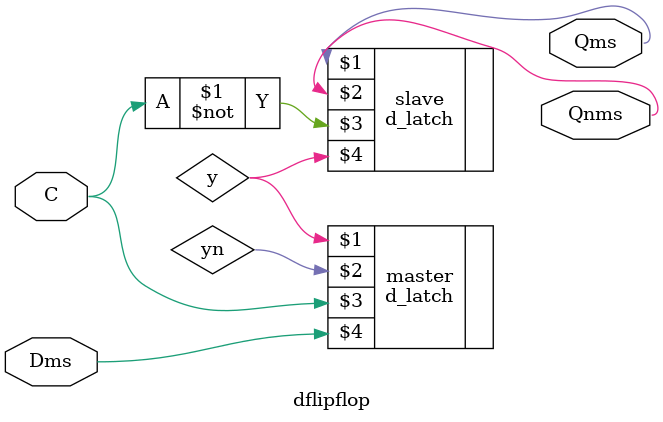
<source format=v>
`include "dlatch.v"
module dflipflop(Qms,Qnms,C,Dms);
   output Qms,Qnms;
   input C,Dms;
   
   wire y,yn;
	
	d_latch master(y,yn,C,Dms);   //input master latch
   	d_latch slave(Qms,Qnms,~C,y);   //input slave latch
	
endmodule 

</source>
